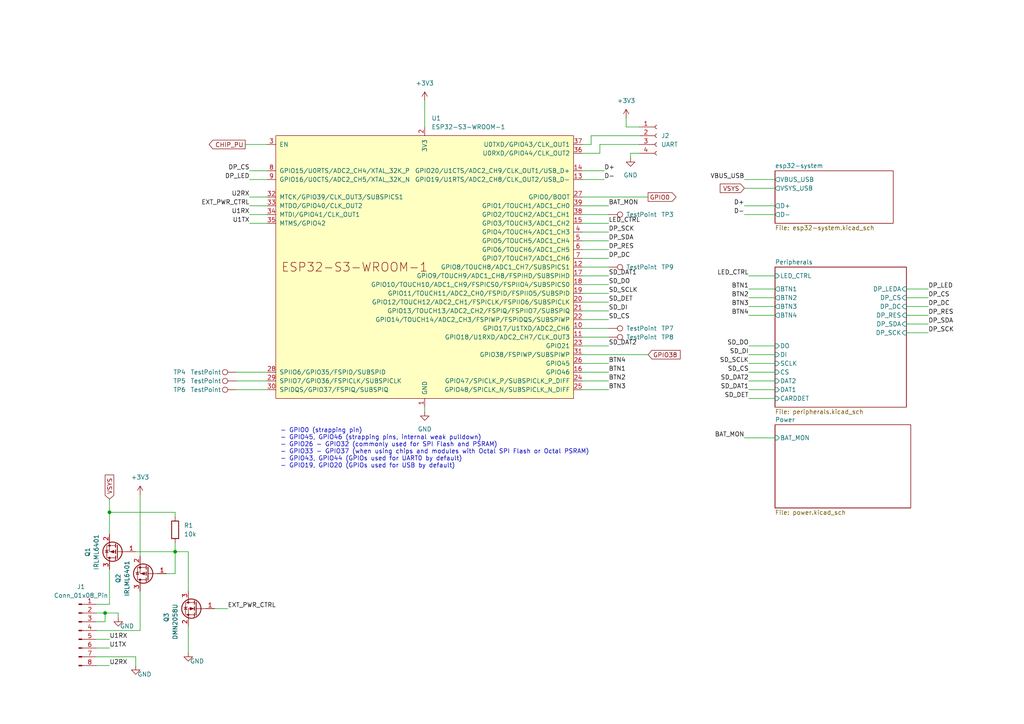
<source format=kicad_sch>
(kicad_sch (version 20231120) (generator "eeschema") (generator_version "8.0")
  (paper "A4")
  (title_block (title "ESP32-S3 main board") (date "2023-10-03"))
  (lib_symbols
    (symbol "Connector:Conn_01x04_Socket" (pin_names (offset 1.016) hide)
      (property "Reference" "J" (at 0 5.08 0))
      (property "Value" "Conn_01x04_Socket" (at 0 -7.62 0))
      (symbol "Conn_01x04_Socket_1_1"
        (arc (start 0 -4.572) (mid -0.5058 -5.08) (end 0 -5.588) (stroke (width 0.1524)))
        (arc (start 0 -2.032) (mid -0.5058 -2.54) (end 0 -3.048) (stroke (width 0.1524)))
        (polyline (pts (xy -1.27 -5.08) (xy -0.508 -5.08)) (stroke (width 0.1524)))
        (polyline (pts (xy -1.27 -2.54) (xy -0.508 -2.54)) (stroke (width 0.1524)))
        (polyline (pts (xy -1.27 0) (xy -0.508 0)) (stroke (width 0.1524)))
        (polyline (pts (xy -1.27 2.54) (xy -0.508 2.54)) (stroke (width 0.1524)))
        (arc (start 0 0.508) (mid -0.5058 0) (end 0 -0.508) (stroke (width 0.1524)))
        (arc (start 0 3.048) (mid -0.5058 2.54) (end 0 2.032) (stroke (width 0.1524)))
        (pin passive line (at -5.08 2.54 0) (length 3.81) (name "Pin_1") (number "1"))
        (pin passive line (at -5.08 0 0) (length 3.81) (name "Pin_2") (number "2"))
        (pin passive line (at -5.08 -2.54 0) (length 3.81) (name "Pin_3") (number "3"))
        (pin passive line (at -5.08 -5.08 0) (length 3.81) (name "Pin_4") (number "4"))
      )
    )
    (symbol "Connector:Conn_01x08_Pin" (pin_names (offset 1.016) hide)
      (property "Reference" "J" (at 0 10.16 0))
      (property "Value" "Conn_01x08_Pin" (at 0 -12.7 0))
      (symbol "Conn_01x08_Pin_1_1"
        (polyline (pts (xy 1.27 -10.16) (xy 0.8636 -10.16)) (stroke (width 0.1524)))
        (polyline (pts (xy 1.27 -7.62) (xy 0.8636 -7.62)) (stroke (width 0.1524)))
        (polyline (pts (xy 1.27 -5.08) (xy 0.8636 -5.08)) (stroke (width 0.1524)))
        (polyline (pts (xy 1.27 -2.54) (xy 0.8636 -2.54)) (stroke (width 0.1524)))
        (polyline (pts (xy 1.27 0) (xy 0.8636 0)) (stroke (width 0.1524)))
        (polyline (pts (xy 1.27 2.54) (xy 0.8636 2.54)) (stroke (width 0.1524)))
        (polyline (pts (xy 1.27 5.08) (xy 0.8636 5.08)) (stroke (width 0.1524)))
        (polyline (pts (xy 1.27 7.62) (xy 0.8636 7.62)) (stroke (width 0.1524)))
        (rectangle (start 0.8636 -10.033) (end 0 -10.287) (stroke (width 0.1524)) (fill (type outline)))
        (rectangle (start 0.8636 -7.493) (end 0 -7.747) (stroke (width 0.1524)) (fill (type outline)))
        (rectangle (start 0.8636 -4.953) (end 0 -5.207) (stroke (width 0.1524)) (fill (type outline)))
        (rectangle (start 0.8636 -2.413) (end 0 -2.667) (stroke (width 0.1524)) (fill (type outline)))
        (rectangle (start 0.8636 0.127) (end 0 -0.127) (stroke (width 0.1524)) (fill (type outline)))
        (rectangle (start 0.8636 2.667) (end 0 2.413) (stroke (width 0.1524)) (fill (type outline)))
        (rectangle (start 0.8636 5.207) (end 0 4.953) (stroke (width 0.1524)) (fill (type outline)))
        (rectangle (start 0.8636 7.747) (end 0 7.493) (stroke (width 0.1524)) (fill (type outline)))
        (pin passive line (at 5.08 7.62 180) (length 3.81) (name "Pin_1") (number "1"))
        (pin passive line (at 5.08 5.08 180) (length 3.81) (name "Pin_2") (number "2"))
        (pin passive line (at 5.08 2.54 180) (length 3.81) (name "Pin_3") (number "3"))
        (pin passive line (at 5.08 0 180) (length 3.81) (name "Pin_4") (number "4"))
        (pin passive line (at 5.08 -2.54 180) (length 3.81) (name "Pin_5") (number "5"))
        (pin passive line (at 5.08 -5.08 180) (length 3.81) (name "Pin_6") (number "6"))
        (pin passive line (at 5.08 -7.62 180) (length 3.81) (name "Pin_7") (number "7"))
        (pin passive line (at 5.08 -10.16 180) (length 3.81) (name "Pin_8") (number "8"))
      )
    )
    (symbol "Connector:TestPoint" (pin_numbers hide) (pin_names (offset 0.762) hide)
      (property "Reference" "TP" (at 0 6.858 0))
      (property "Value" "TestPoint" (at 0 5.08 0))
      (symbol "TestPoint_0_1"
        (circle (center 0 3.302) (radius 0.762))
      )
      (symbol "TestPoint_1_1"
        (pin passive line (at 0 0 90) (length 2.54) (name "1") (number "1"))
      )
    )
    (symbol "Device:R" (pin_numbers hide) (pin_names (offset 0))
      (property "Reference" "R" (at 2.032 0 90))
      (property "Value" "R" (at 0 0 90))
      (symbol "R_0_1"
        (rectangle (start -1.016 -2.54) (end 1.016 2.54) (stroke (width 0.254)))
      )
      (symbol "R_1_1"
        (pin passive line (at 0 3.81 270) (length 1.27) (name "~") (number "1"))
        (pin passive line (at 0 -3.81 90) (length 1.27) (name "~") (number "2"))
      )
    )
    (symbol "PCM_Espressif:ESP32-S3-WROOM-1" (pin_names (offset 1.016))
      (property "Reference" "U" (at -43.18 43.18 0))
      (property "Value" "ESP32-S3-WROOM-1" (at -43.18 40.64 0))
      (symbol "ESP32-S3-WROOM-1_0_0"
        (text "ESP32-S3-WROOM-1" (at -20.32 0 0) (effects (font (size 2.54 2.54))))
        (pin power_in line (at 0 -40.64 90) (length 2.54) (name "GND") (number "1"))
        (pin bidirectional line (at 45.72 -17.78 180) (length 2.54) (name "GPIO17/U1TXD/ADC2_CH6") (number "10"))
        (pin bidirectional line (at 45.72 -20.32 180) (length 2.54) (name "GPIO18/U1RXD/ADC2_CH7/CLK_OUT3") (number "11"))
        (pin bidirectional line (at 45.72 0 180) (length 2.54) (name "GPIO8/TOUCH8/ADC1_CH7/SUBSPICS1") (number "12"))
        (pin bidirectional line (at 45.72 25.4 180) (length 2.54) (name "GPIO19/U1RTS/ADC2_CH8/CLK_OUT2/USB_D-") (number "13"))
        (pin bidirectional line (at 45.72 27.94 180) (length 2.54) (name "GPIO20/U1CTS/ADC2_CH9/CLK_OUT1/USB_D+") (number "14"))
        (pin bidirectional line (at 45.72 12.7 180) (length 2.54) (name "GPIO3/TOUCH3/ADC1_CH2") (number "15"))
        (pin bidirectional line (at 45.72 -30.48 180) (length 2.54) (name "GPIO46") (number "16"))
        (pin bidirectional line (at 45.72 -2.54 180) (length 2.54) (name "GPIO9/TOUCH9/ADC1_CH8/FSPIHD/SUBSPIHD") (number "17"))
        (pin bidirectional line (at 45.72 -5.08 180) (length 2.54) (name "GPIO10/TOUCH10/ADC1_CH9/FSPICS0/FSPIIO4/SUBSPICS0") (number "18"))
        (pin bidirectional line (at 45.72 -7.62 180) (length 2.54) (name "GPIO11/TOUCH11/ADC2_CH0/FSPID/FSPIIO5/SUBSPID") (number "19"))
        (pin power_in line (at 0 40.64 270) (length 2.54) (name "3V3") (number "2"))
        (pin bidirectional line (at 45.72 -10.16 180) (length 2.54) (name "GPIO12/TOUCH12/ADC2_CH1/FSPICLK/FSPIIO6/SUBSPICLK") (number "20"))
        (pin bidirectional line (at 45.72 -12.7 180) (length 2.54) (name "GPIO13/TOUCH13/ADC2_CH2/FSPIQ/FSPIIO7/SUBSPIQ") (number "21"))
        (pin bidirectional line (at 45.72 -15.24 180) (length 2.54) (name "GPIO14/TOUCH14/ADC2_CH3/FSPIWP/FSPIDQS/SUBSPIWP") (number "22"))
        (pin bidirectional line (at 45.72 -22.86 180) (length 2.54) (name "GPIO21") (number "23"))
        (pin bidirectional line (at 45.72 -33.02 180) (length 2.54) (name "GPIO47/SPICLK_P/SUBSPICLK_P_DIFF") (number "24"))
        (pin bidirectional line (at 45.72 -35.56 180) (length 2.54) (name "GPIO48/SPICLK_N/SUBSPICLK_N_DIFF") (number "25"))
        (pin bidirectional line (at 45.72 -27.94 180) (length 2.54) (name "GPIO45") (number "26"))
        (pin bidirectional line (at 45.72 20.32 180) (length 2.54) (name "GPIO0/BOOT") (number "27"))
        (pin bidirectional line (at -45.72 -30.48 0) (length 2.54) (name "SPIIO6/GPIO35/FSPID/SUBSPID") (number "28"))
        (pin bidirectional line (at -45.72 -33.02 0) (length 2.54) (name "SPIIO7/GPIO36/FSPICLK/SUBSPICLK") (number "29"))
        (pin input line (at -45.72 35.56 0) (length 2.54) (name "EN") (number "3"))
        (pin bidirectional line (at -45.72 -35.56 0) (length 2.54) (name "SPIDQS/GPIO37/FSPIQ/SUBSPIQ") (number "30"))
        (pin bidirectional line (at 45.72 -25.4 180) (length 2.54) (name "GPIO38/FSPIWP/SUBSPIWP") (number "31"))
        (pin bidirectional line (at -45.72 20.32 0) (length 2.54) (name "MTCK/GPIO39/CLK_OUT3/SUBSPICS1") (number "32"))
        (pin bidirectional line (at -45.72 17.78 0) (length 2.54) (name "MTDO/GPIO40/CLK_OUT2") (number "33"))
        (pin bidirectional line (at -45.72 15.24 0) (length 2.54) (name "MTDI/GPIO41/CLK_OUT1") (number "34"))
        (pin bidirectional line (at -45.72 12.7 0) (length 2.54) (name "MTMS/GPIO42") (number "35"))
        (pin bidirectional line (at 45.72 33.02 180) (length 2.54) (name "U0RXD/GPIO44/CLK_OUT2") (number "36"))
        (pin bidirectional line (at 45.72 35.56 180) (length 2.54) (name "U0TXD/GPIO43/CLK_OUT1") (number "37"))
        (pin bidirectional line (at 45.72 15.24 180) (length 2.54) (name "GPIO2/TOUCH2/ADC1_CH1") (number "38"))
        (pin bidirectional line (at 45.72 17.78 180) (length 2.54) (name "GPIO1/TOUCH1/ADC1_CH0") (number "39"))
        (pin bidirectional line (at 45.72 10.16 180) (length 2.54) (name "GPIO4/TOUCH4/ADC1_CH3") (number "4"))
        (pin passive line (at 0 -40.64 90) (length 2.54) hide (name "GND") (number "40"))
        (pin passive line (at 0 -40.64 90) (length 2.54) hide (name "GND") (number "41"))
        (pin bidirectional line (at 45.72 7.62 180) (length 2.54) (name "GPIO5/TOUCH5/ADC1_CH4") (number "5"))
        (pin bidirectional line (at 45.72 5.08 180) (length 2.54) (name "GPIO6/TOUCH6/ADC1_CH5") (number "6"))
        (pin bidirectional line (at 45.72 2.54 180) (length 2.54) (name "GPIO7/TOUCH7/ADC1_CH6") (number "7"))
        (pin bidirectional line (at -45.72 27.94 0) (length 2.54) (name "GPIO15/U0RTS/ADC2_CH4/XTAL_32K_P") (number "8"))
        (pin bidirectional line (at -45.72 25.4 0) (length 2.54) (name "GPIO16/U0CTS/ADC2_CH5/XTAL_32K_N") (number "9"))
      )
      (symbol "ESP32-S3-WROOM-1_0_1"
        (rectangle (start -43.18 38.1) (end 43.18 -38.1) (fill (type background)))
      )
    )
    (symbol "Transistor_FET:DMN2058U" (pin_names hide)
      (property "Reference" "Q" (at 5.08 1.905 0))
      (property "Value" "DMN2058U" (at 5.08 0 0))
      (symbol "DMN2058U_0_1"
        (polyline (pts (xy 0.254 0) (xy -2.54 0)))
        (polyline (pts (xy 0.254 1.905) (xy 0.254 -1.905)) (stroke (width 0.254)))
        (polyline (pts (xy 0.762 -1.27) (xy 0.762 -2.286)) (stroke (width 0.254)))
        (polyline (pts (xy 0.762 0.508) (xy 0.762 -0.508)) (stroke (width 0.254)))
        (polyline (pts (xy 0.762 2.286) (xy 0.762 1.27)) (stroke (width 0.254)))
        (polyline (pts (xy 2.54 2.54) (xy 2.54 1.778)))
        (polyline (pts (xy 2.54 -2.54) (xy 2.54 0) (xy 0.762 0)))
        (polyline (pts (xy 0.762 -1.778) (xy 3.302 -1.778) (xy 3.302 1.778) (xy 0.762 1.778)))
        (polyline (pts (xy 1.016 0) (xy 2.032 0.381) (xy 2.032 -0.381) (xy 1.016 0)) (fill (type outline)))
        (polyline (pts (xy 2.794 0.508) (xy 2.921 0.381) (xy 3.683 0.381) (xy 3.81 0.254)))
        (polyline (pts (xy 3.302 0.381) (xy 2.921 -0.254) (xy 3.683 -0.254) (xy 3.302 0.381)))
        (circle (center 1.651 0) (radius 2.794) (stroke (width 0.254)))
        (circle (center 2.54 -1.778) (radius 0.254) (fill (type outline)))
        (circle (center 2.54 1.778) (radius 0.254) (fill (type outline)))
      )
      (symbol "DMN2058U_1_1"
        (pin input line (at -5.08 0 0) (length 2.54) (name "G") (number "1"))
        (pin passive line (at 2.54 -5.08 90) (length 2.54) (name "S") (number "2"))
        (pin passive line (at 2.54 5.08 270) (length 2.54) (name "D") (number "3"))
      )
    )
    (symbol "Transistor_FET:IRLML6401" (pin_names hide)
      (property "Reference" "Q" (at 5.08 1.905 0))
      (property "Value" "IRLML6401" (at 5.08 0 0))
      (symbol "IRLML6401_0_1"
        (polyline (pts (xy 0.254 0) (xy -2.54 0)))
        (polyline (pts (xy 0.254 1.905) (xy 0.254 -1.905)) (stroke (width 0.254)))
        (polyline (pts (xy 0.762 -1.27) (xy 0.762 -2.286)) (stroke (width 0.254)))
        (polyline (pts (xy 0.762 0.508) (xy 0.762 -0.508)) (stroke (width 0.254)))
        (polyline (pts (xy 0.762 2.286) (xy 0.762 1.27)) (stroke (width 0.254)))
        (polyline (pts (xy 2.54 2.54) (xy 2.54 1.778)))
        (polyline (pts (xy 2.54 -2.54) (xy 2.54 0) (xy 0.762 0)))
        (polyline (pts (xy 0.762 1.778) (xy 3.302 1.778) (xy 3.302 -1.778) (xy 0.762 -1.778)))
        (polyline (pts (xy 2.286 0) (xy 1.27 0.381) (xy 1.27 -0.381) (xy 2.286 0)) (fill (type outline)))
        (polyline (pts (xy 2.794 -0.508) (xy 2.921 -0.381) (xy 3.683 -0.381) (xy 3.81 -0.254)))
        (polyline (pts (xy 3.302 -0.381) (xy 2.921 0.254) (xy 3.683 0.254) (xy 3.302 -0.381)))
        (circle (center 1.651 0) (radius 2.794) (stroke (width 0.254)))
        (circle (center 2.54 -1.778) (radius 0.254) (fill (type outline)))
        (circle (center 2.54 1.778) (radius 0.254) (fill (type outline)))
      )
      (symbol "IRLML6401_1_1"
        (pin input line (at -5.08 0 0) (length 2.54) (name "G") (number "1"))
        (pin passive line (at 2.54 -5.08 90) (length 2.54) (name "S") (number "2"))
        (pin passive line (at 2.54 5.08 270) (length 2.54) (name "D") (number "3"))
      )
    )
    (symbol "power:+3V3" (power) (pin_names (offset 0))
      (property "Value" "+3V3" (at 0 3.556 0))
      (symbol "+3V3_0_1"
        (polyline (pts (xy -0.762 1.27) (xy 0 2.54)))
        (polyline (pts (xy 0 0) (xy 0 2.54)))
        (polyline (pts (xy 0 2.54) (xy 0.762 1.27)))
      )
      (symbol "+3V3_1_1"
        (pin power_in line (at 0 0 90) (length 0) hide (name "+3V3") (number "1"))
      )
    )
    (symbol "power:GND" (power) (pin_names (offset 0))
      (property "Value" "GND" (at 0 -3.81 0))
      (symbol "GND_0_1"
        (polyline (pts (xy 0 0) (xy 0 -1.27) (xy 1.27 -1.27) (xy 0 -2.54) (xy -1.27 -1.27) (xy 0 -1.27)))
      )
      (symbol "GND_1_1"
        (pin power_in line (at 0 0 270) (length 0) hide (name "GND") (number "1"))
      )
    )
  )
  (junction (at 30.48 177.8))
  (junction (at 31.75 148.59))
  (junction (at 50.8 160.02))
  (wire (pts (xy 72.39 59.69) (xy 77.47 59.69)))
  (wire (pts (xy 215.9 127) (xy 224.79 127)))
  (wire (pts (xy 40.64 161.29) (xy 40.64 143.51)))
  (wire (pts (xy 27.94 193.04) (xy 31.75 193.04)))
  (wire (pts (xy 27.94 190.5) (xy 39.37 190.5)))
  (wire (pts (xy 31.75 144.78) (xy 31.75 148.59)))
  (wire (pts (xy 40.64 171.45) (xy 40.64 182.88)))
  (wire (pts (xy 168.91 87.63) (xy 176.53 87.63)))
  (wire (pts (xy 168.91 74.93) (xy 176.53 74.93)))
  (wire (pts (xy 30.48 177.8) (xy 30.48 180.34)))
  (wire (pts (xy 217.17 100.33) (xy 224.79 100.33)))
  (wire (pts (xy 27.94 182.88) (xy 40.64 182.88)))
  (wire (pts (xy 217.17 91.44) (xy 224.79 91.44)))
  (wire (pts (xy 262.89 93.98) (xy 269.24 93.98)))
  (wire (pts (xy 168.91 77.47) (xy 176.53 77.47)))
  (wire (pts (xy 72.39 49.53) (xy 77.47 49.53)))
  (wire (pts (xy 168.91 62.23) (xy 176.53 62.23)))
  (wire (pts (xy 217.17 105.41) (xy 224.79 105.41)))
  (wire (pts (xy 173.99 41.91) (xy 185.42 41.91)))
  (wire (pts (xy 173.99 44.45) (xy 173.99 41.91)))
  (wire (pts (xy 168.91 100.33) (xy 176.53 100.33)))
  (wire (pts (xy 30.48 177.8) (xy 27.94 177.8)))
  (wire (pts (xy 215.9 54.61) (xy 224.79 54.61)))
  (wire (pts (xy 168.91 41.91) (xy 171.45 41.91)))
  (wire (pts (xy 48.26 166.37) (xy 50.8 166.37)))
  (wire (pts (xy 217.17 107.95) (xy 224.79 107.95)))
  (wire (pts (xy 62.23 176.53) (xy 66.04 176.53)))
  (wire (pts (xy 168.91 72.39) (xy 176.53 72.39)))
  (wire (pts (xy 171.45 39.37) (xy 185.42 39.37)))
  (wire (pts (xy 168.91 85.09) (xy 176.53 85.09)))
  (wire (pts (xy 217.17 115.57) (xy 224.79 115.57)))
  (wire (pts (xy 215.9 62.23) (xy 224.79 62.23)))
  (wire (pts (xy 168.91 59.69) (xy 176.53 59.69)))
  (wire (pts (xy 72.39 57.15) (xy 77.47 57.15)))
  (wire (pts (xy 217.17 86.36) (xy 224.79 86.36)))
  (wire (pts (xy 123.19 118.11) (xy 123.19 119.38)))
  (wire (pts (xy 217.17 88.9) (xy 224.79 88.9)))
  (wire (pts (xy 217.17 113.03) (xy 224.79 113.03)))
  (wire (pts (xy 168.91 97.79) (xy 176.53 97.79)))
  (wire (pts (xy 30.48 180.34) (xy 27.94 180.34)))
  (wire (pts (xy 217.17 110.49) (xy 224.79 110.49)))
  (wire (pts (xy 54.61 181.61) (xy 54.61 189.23)))
  (wire (pts (xy 168.91 102.87) (xy 187.96 102.87)))
  (wire (pts (xy 168.91 69.85) (xy 176.53 69.85)))
  (wire (pts (xy 27.94 175.26) (xy 31.75 175.26)))
  (wire (pts (xy 215.9 59.69) (xy 224.79 59.69)))
  (wire (pts (xy 50.8 148.59) (xy 50.8 149.86)))
  (wire (pts (xy 168.91 49.53) (xy 175.26 49.53)))
  (wire (pts (xy 71.12 41.91) (xy 77.47 41.91)))
  (wire (pts (xy 168.91 52.07) (xy 175.26 52.07)))
  (wire (pts (xy 187.96 57.15) (xy 168.91 57.15)))
  (wire (pts (xy 72.39 52.07) (xy 77.47 52.07)))
  (wire (pts (xy 168.91 67.31) (xy 176.53 67.31)))
  (wire (pts (xy 262.89 83.82) (xy 269.24 83.82)))
  (wire (pts (xy 31.75 165.1) (xy 31.75 175.26)))
  (wire (pts (xy 72.39 64.77) (xy 77.47 64.77)))
  (wire (pts (xy 123.19 29.21) (xy 123.19 36.83)))
  (wire (pts (xy 27.94 185.42) (xy 31.75 185.42)))
  (wire (pts (xy 34.29 177.8) (xy 30.48 177.8)))
  (wire (pts (xy 217.17 80.01) (xy 224.79 80.01)))
  (wire (pts (xy 39.37 160.02) (xy 50.8 160.02)))
  (wire (pts (xy 168.91 107.95) (xy 176.53 107.95)))
  (wire (pts (xy 262.89 96.52) (xy 269.24 96.52)))
  (wire (pts (xy 54.61 160.02) (xy 50.8 160.02)))
  (wire (pts (xy 34.29 177.8) (xy 34.29 179.07)))
  (wire (pts (xy 181.61 34.29) (xy 181.61 36.83)))
  (wire (pts (xy 168.91 92.71) (xy 176.53 92.71)))
  (wire (pts (xy 54.61 160.02) (xy 54.61 171.45)))
  (wire (pts (xy 50.8 157.48) (xy 50.8 160.02)))
  (wire (pts (xy 168.91 64.77) (xy 176.53 64.77)))
  (wire (pts (xy 182.88 45.72) (xy 182.88 44.45)))
  (wire (pts (xy 171.45 41.91) (xy 171.45 39.37)))
  (wire (pts (xy 50.8 160.02) (xy 50.8 166.37)))
  (wire (pts (xy 262.89 86.36) (xy 269.24 86.36)))
  (wire (pts (xy 68.58 107.95) (xy 77.47 107.95)))
  (wire (pts (xy 262.89 88.9) (xy 269.24 88.9)))
  (wire (pts (xy 182.88 44.45) (xy 185.42 44.45)))
  (wire (pts (xy 168.91 95.25) (xy 176.53 95.25)))
  (wire (pts (xy 262.89 91.44) (xy 269.24 91.44)))
  (wire (pts (xy 168.91 110.49) (xy 176.53 110.49)))
  (wire (pts (xy 68.58 110.49) (xy 77.47 110.49)))
  (wire (pts (xy 31.75 148.59) (xy 50.8 148.59)))
  (wire (pts (xy 181.61 36.83) (xy 185.42 36.83)))
  (wire (pts (xy 168.91 105.41) (xy 176.53 105.41)))
  (wire (pts (xy 168.91 113.03) (xy 176.53 113.03)))
  (wire (pts (xy 168.91 44.45) (xy 173.99 44.45)))
  (wire (pts (xy 72.39 62.23) (xy 77.47 62.23)))
  (wire (pts (xy 215.9 52.07) (xy 224.79 52.07)))
  (wire (pts (xy 31.75 148.59) (xy 31.75 154.94)))
  (wire (pts (xy 168.91 82.55) (xy 176.53 82.55)))
  (wire (pts (xy 168.91 90.17) (xy 176.53 90.17)))
  (wire (pts (xy 39.37 190.5) (xy 39.37 193.04)))
  (wire (pts (xy 217.17 83.82) (xy 224.79 83.82)))
  (wire (pts (xy 68.58 113.03) (xy 77.47 113.03)))
  (wire (pts (xy 217.17 102.87) (xy 224.79 102.87)))
  (wire (pts (xy 27.94 187.96) (xy 31.75 187.96)))
  (wire (pts (xy 168.91 80.01) (xy 176.53 80.01)))
  (text "- GPIO0 (strapping pin)\n- GPIO45, GPIO46 (strapping pins, internal weak pulldown)\n- GPIO26 - GPIO32 (commonly used for SPI Flash and PSRAM)\n- GPIO33 - GPIO37 (when using chips and modules with Octal SPI Flash or Octal PSRAM)\n- GPIO43, GPIO44 (GPIOs used for UART0 by default)\n- GPIO19, GPIO20 (GPIOs used for USB by default)\n" (at 81.28 135.89 0) (effects (font (size 1.27 1.27)) (justify left bottom)))
  (label "U1RX" (at 31.75 185.42 0))
  (label "SD_DI" (at 217.17 102.87 180))
  (label "U1TX" (at 72.39 64.77 180))
  (label "DP_LED" (at 269.24 83.82 0))
  (label "BAT_MON" (at 215.9 127 180))
  (label "SD_DAT1" (at 176.53 80.01 0))
  (label "D+" (at 215.9 59.69 180))
  (label "SD_DET" (at 176.53 87.63 0))
  (label "VBUS_USB" (at 215.9 52.07 180))
  (label "U1TX" (at 31.75 187.96 0))
  (label "BTN2" (at 176.53 110.49 0))
  (label "SD_DET" (at 217.17 115.57 180))
  (label "SD_DAT1" (at 217.17 113.03 180))
  (label "SD_CS" (at 176.53 92.71 0))
  (label "DP_RES" (at 176.53 72.39 0))
  (label "BTN4" (at 176.53 105.41 0))
  (label "SD_CS" (at 217.17 107.95 180))
  (label "BTN1" (at 217.17 83.82 180))
  (label "BTN2" (at 217.17 86.36 180))
  (label "BTN1" (at 176.53 107.95 0))
  (label "SD_DAT2" (at 176.53 100.33 0))
  (label "EXT_PWR_CTRL" (at 66.04 176.53 0))
  (label "BTN4" (at 217.17 91.44 180))
  (label "BAT_MON" (at 176.53 59.69 0))
  (label "DP_SCK" (at 176.53 67.31 0))
  (label "DP_DC" (at 176.53 74.93 0))
  (label "SD_DAT2" (at 217.17 110.49 180))
  (label "EXT_PWR_CTRL" (at 72.39 59.69 180))
  (label "DP_SDA" (at 176.53 69.85 0))
  (label "D-" (at 175.26 52.07 0))
  (label "BTN3" (at 217.17 88.9 180))
  (label "DP_DC" (at 269.24 88.9 0))
  (label "SD_DO" (at 217.17 100.33 180))
  (label "DP_SCK" (at 269.24 96.52 0))
  (label "LED_CTRL" (at 217.17 80.01 180))
  (label "DP_SDA" (at 269.24 93.98 0))
  (label "SD_DI" (at 176.53 90.17 0))
  (label "U1RX" (at 72.39 62.23 180))
  (label "LED_CTRL" (at 176.53 64.77 0))
  (label "DP_CS" (at 72.39 49.53 180))
  (label "DP_RES" (at 269.24 91.44 0))
  (label "SD_SCLK" (at 176.53 85.09 0))
  (label "U2RX" (at 31.75 193.04 0))
  (label "DP_CS" (at 269.24 86.36 0))
  (label "DP_LED" (at 72.39 52.07 180))
  (label "SD_SCLK" (at 217.17 105.41 180))
  (label "D+" (at 175.26 49.53 0))
  (label "U2RX" (at 72.39 57.15 180))
  (label "SD_DO" (at 176.53 82.55 0))
  (label "D-" (at 215.9 62.23 180))
  (label "BTN3" (at 176.53 113.03 0))
  (global_label "CHIP_PU" (shape output) (at 71.12 41.91 180) (property "Intersheetrefs" "${INTERSHEET_REFS}" (effects (hide yes))))
  (global_label "GPIO38" (shape input) (at 187.96 102.87 0) (property "Intersheetrefs" "${INTERSHEET_REFS}" (effects (hide yes))))
  (global_label "VSYS" (shape input) (at 31.75 144.78 90) (property "Intersheetrefs" "${INTERSHEET_REFS}" (effects (hide yes))))
  (global_label "GPIO0" (shape output) (at 187.96 57.15 0) (property "Intersheetrefs" "${INTERSHEET_REFS}" (effects (hide yes))))
  (global_label "VSYS" (shape input) (at 215.9 54.61 180) (property "Intersheetrefs" "${INTERSHEET_REFS}" (effects (hide yes))))
  (symbol (lib_id "power:GND") (at 182.88 45.72 0) (unit 1)
    (property "Reference" "#PWR07" (effects (hide yes)))
    (property "Value" "GND" (at 182.88 50.8 0))
  )
  (symbol (lib_id "Transistor_FET:IRLML6401") (at 43.18 166.37 180) (unit 1)
    (property "Reference" "Q2" (at 34.29 166.37 90) (effects (justify left)))
    (property "Value" "IRLML6401" (at 36.83 162.56 90) (effects (justify left)))
    (property "Footprint" "Package_TO_SOT_SMD:SOT-23" (effects (hide yes)))
    (property "Datasheet" "https://www.infineon.com/dgdl/irlml6401pbf.pdf?fileId=5546d462533600a401535668b96d2634" (effects (hide yes)))
  )
  (symbol (lib_id "Connector:TestPoint") (at 68.58 107.95 90) (unit 1)
    (property "Reference" "TP4" (at 52.07 107.95 90))
    (property "Value" "TestPoint" (at 59.69 107.95 90))
    (property "Footprint" "TestPoint:TestPoint_Pad_1.0x1.0mm" (effects (hide yes)))
  )
  (symbol (lib_id "power:GND") (at 39.37 193.04 0) (unit 1)
    (property "Reference" "#PWR02" (effects (hide yes)))
    (property "Value" "GND" (at 41.91 195.58 0))
  )
  (symbol (lib_id "Device:R") (at 50.8 153.67 0) (unit 1)
    (property "Reference" "R1" (at 53.34 152.4 0) (effects (justify left)))
    (property "Value" "10k" (at 53.34 154.94 0) (effects (justify left)))
    (property "Footprint" "Resistor_SMD:R_1206_3216Metric_Pad1.30x1.75mm_HandSolder" (effects (hide yes)))
  )
  (symbol (lib_id "Connector:TestPoint") (at 68.58 110.49 90) (unit 1)
    (property "Reference" "TP5" (at 52.07 110.49 90))
    (property "Value" "TestPoint" (at 59.69 110.49 90))
    (property "Footprint" "TestPoint:TestPoint_Pad_1.0x1.0mm" (effects (hide yes)))
  )
  (symbol (lib_id "Transistor_FET:IRLML6401") (at 34.29 160.02 180) (unit 1)
    (property "Reference" "Q1" (at 25.4 158.75 90) (effects (justify left)))
    (property "Value" "IRLML6401" (at 27.94 154.94 90) (effects (justify left)))
    (property "Footprint" "Package_TO_SOT_SMD:SOT-23" (effects (hide yes)))
    (property "Datasheet" "https://www.infineon.com/dgdl/irlml6401pbf.pdf?fileId=5546d462533600a401535668b96d2634" (effects (hide yes)))
  )
  (symbol (lib_id "PCM_Espressif:ESP32-S3-WROOM-1") (at 123.19 77.47 0) (unit 1)
    (property "Reference" "U1" (at 125.1459 34.29 0) (effects (justify left)))
    (property "Value" "ESP32-S3-WROOM-1" (at 125.1459 36.83 0) (effects (justify left)))
    (property "Footprint" "PCM_Espressif:ESP32-S3-WROOM-1" (effects (hide yes)))
    (property "Datasheet" "https://www.espressif.com/sites/default/files/documentation/esp32-s3-wroom-1_wroom-1u_datasheet_en.pdf" (effects (hide yes)))
  )
  (symbol (lib_id "Connector:TestPoint") (at 176.53 97.79 270) (unit 1)
    (property "Reference" "TP8" (at 191.77 97.79 90) (effects (justify left)))
    (property "Value" "TestPoint" (at 181.61 97.79 90) (effects (justify left)))
    (property "Footprint" "TestPoint:TestPoint_Pad_1.0x1.0mm" (effects (hide yes)))
  )
  (symbol (lib_id "Connector:Conn_01x08_Pin") (at 22.86 182.88 0) (unit 1)
    (property "Reference" "J1" (at 23.495 170.18 0))
    (property "Value" "Conn_01x08_Pin" (at 23.495 172.72 0))
    (property "Footprint" "Connector_PinSocket_2.54mm:PinSocket_1x08_P2.54mm_Vertical" (effects (hide yes)))
  )
  (symbol (lib_id "power:GND") (at 54.61 189.23 0) (unit 1)
    (property "Reference" "#PWR04" (effects (hide yes)))
    (property "Value" "GND" (at 57.15 191.77 0))
  )
  (symbol (lib_id "power:+3V3") (at 40.64 143.51 0) (unit 1)
    (property "Reference" "#PWR03" (effects (hide yes)))
    (property "Value" "+3V3" (at 40.64 138.43 0))
  )
  (symbol (lib_id "Connector:TestPoint") (at 68.58 113.03 90) (unit 1)
    (property "Reference" "TP6" (at 52.07 113.03 90))
    (property "Value" "TestPoint" (at 59.69 113.03 90))
    (property "Footprint" "TestPoint:TestPoint_Pad_1.0x1.0mm" (effects (hide yes)))
  )
  (symbol (lib_id "Transistor_FET:DMN2058U") (at 57.15 176.53 0) (mirror y) (unit 1)
    (property "Reference" "Q3" (at 48.26 179.07 90))
    (property "Value" "DMN2058U" (at 50.8 180.34 90))
    (property "Footprint" "Package_TO_SOT_SMD:SOT-23" (effects (hide yes)))
    (property "Datasheet" "http://www.diodes.com/assets/Datasheets/DMN2058U.pdf" (effects (hide yes)))
  )
  (symbol (lib_id "Connector:TestPoint") (at 176.53 62.23 270) (unit 1)
    (property "Reference" "TP3" (at 191.77 62.23 90) (effects (justify left)))
    (property "Value" "TestPoint" (at 181.61 62.23 90) (effects (justify left)))
    (property "Footprint" "TestPoint:TestPoint_Pad_1.0x1.0mm" (effects (hide yes)))
  )
  (symbol (lib_id "power:+3V3") (at 123.19 29.21 0) (unit 1)
    (property "Reference" "#PWR064" (effects (hide yes)))
    (property "Value" "+3V3" (at 123.19 24.13 0))
  )
  (symbol (lib_id "Connector:Conn_01x04_Socket") (at 190.5 39.37 0) (unit 1)
    (property "Reference" "J2" (at 191.77 39.37 0) (effects (justify left)))
    (property "Value" "UART" (at 191.77 41.91 0) (effects (justify left)))
    (property "Footprint" "Connector_PinSocket_2.54mm:PinSocket_1x04_P2.54mm_Vertical" (effects (hide yes)))
  )
  (symbol (lib_id "Connector:TestPoint") (at 176.53 77.47 270) (unit 1)
    (property "Reference" "TP9" (at 191.77 77.47 90) (effects (justify left)))
    (property "Value" "TestPoint" (at 181.61 77.47 90) (effects (justify left)))
    (property "Footprint" "TestPoint:TestPoint_Pad_1.0x1.0mm" (effects (hide yes)))
  )
  (symbol (lib_id "power:GND") (at 34.29 179.07 0) (unit 1)
    (property "Reference" "#PWR01" (effects (hide yes)))
    (property "Value" "GND" (at 36.83 181.61 0))
  )
  (symbol (lib_id "Connector:TestPoint") (at 176.53 95.25 270) (unit 1)
    (property "Reference" "TP7" (at 191.77 95.25 90) (effects (justify left)))
    (property "Value" "TestPoint" (at 181.61 95.25 90) (effects (justify left)))
    (property "Footprint" "TestPoint:TestPoint_Pad_1.0x1.0mm" (effects (hide yes)))
  )
  (symbol (lib_id "power:GND") (at 123.19 119.38 0) (unit 1)
    (property "Reference" "#PWR05" (effects (hide yes)))
    (property "Value" "GND" (at 123.19 124.46 0))
  )
  (symbol (lib_id "power:+3V3") (at 181.61 34.29 0) (unit 1)
    (property "Reference" "#PWR06" (effects (hide yes)))
    (property "Value" "+3V3" (at 181.61 29.21 0))
  )
  (sheet (at 224.79 77.47) (size 38.1 40.64) (stroke (width 0.1524))
    (property "Sheetname" "Peripherals" (at 224.79 76.7584 0) (effects (justify left bottom)))
    (property "Sheetfile" "peripherals.kicad_sch" (at 224.79 118.6946 0) (effects (justify left top)))
    (pin "BTN2" output (at 224.79 86.36 180))
    (pin "BTN1" output (at 224.79 83.82 180))
    (pin "BTN4" output (at 224.79 91.44 180))
    (pin "BTN3" output (at 224.79 88.9 180))
    (pin "CARDDET" input (at 224.79 115.57 180))
    (pin "DAT1" input (at 224.79 113.03 180))
    (pin "DAT2" input (at 224.79 110.49 180))
    (pin "CS" input (at 224.79 107.95 180))
    (pin "SCLK" input (at 224.79 105.41 180))
    (pin "DI" input (at 224.79 102.87 180))
    (pin "DO" input (at 224.79 100.33 180))
    (pin "LED_CTRL" input (at 224.79 80.01 180))
    (pin "DP_LEDA" input (at 262.89 83.82 0))
    (pin "DP_CS" input (at 262.89 86.36 0))
    (pin "DP_RES" input (at 262.89 91.44 0))
    (pin "DP_SDA" input (at 262.89 93.98 0))
    (pin "DP_SCK" input (at 262.89 96.52 0))
    (pin "DP_DC" input (at 262.89 88.9 0))
  )
  (sheet (at 224.79 123.19) (size 39.37 24.13) (stroke (width 0.1524))
    (property "Sheetname" "Power" (at 224.79 122.4784 0) (effects (justify left bottom)))
    (property "Sheetfile" "power.kicad_sch" (at 224.79 147.9046 0) (effects (justify left top)))
    (pin "BAT_MON" input (at 224.79 127 180))
  )
  (sheet (at 224.79 49.53) (size 34.29 15.24) (stroke (width 0.1524))
    (property "Sheetname" "esp32-system" (at 224.79 48.8184 0) (effects (justify left bottom)))
    (property "Sheetfile" "esp32-system.kicad_sch" (at 224.79 65.3546 0) (effects (justify left top)))
    (pin "D+" output (at 224.79 59.69 180))
    (pin "D-" output (at 224.79 62.23 180))
    (pin "VBUS_USB" output (at 224.79 52.07 180))
    (pin "VSYS_USB" output (at 224.79 54.61 180))
  )
)
</source>
